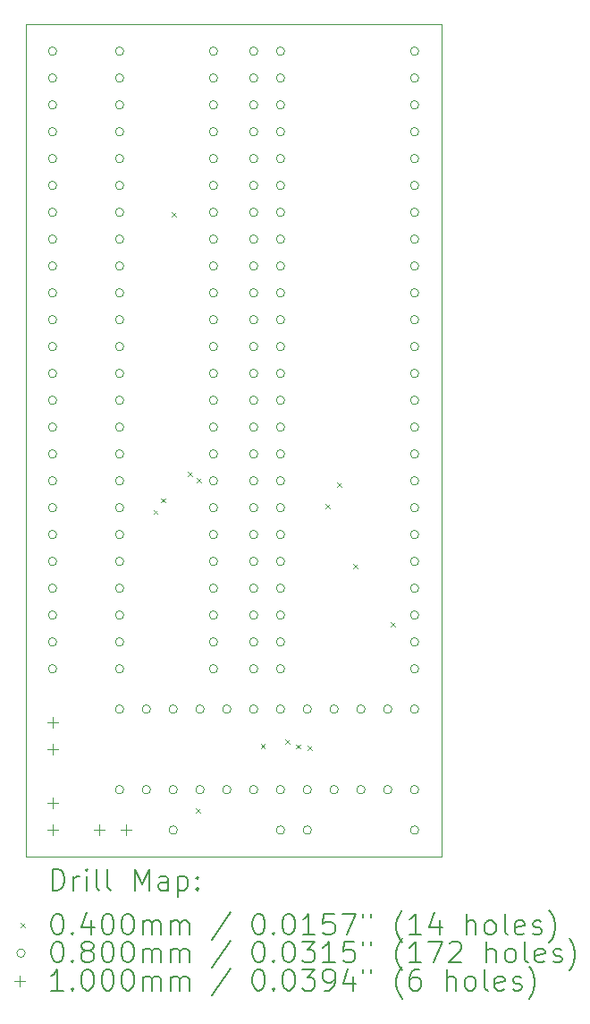
<source format=gbr>
%FSLAX45Y45*%
G04 Gerber Fmt 4.5, Leading zero omitted, Abs format (unit mm)*
G04 Created by KiCad (PCBNEW (6.0.5)) date 2022-07-17 20:37:49*
%MOMM*%
%LPD*%
G01*
G04 APERTURE LIST*
%TA.AperFunction,Profile*%
%ADD10C,0.100000*%
%TD*%
%ADD11C,0.200000*%
%ADD12C,0.040000*%
%ADD13C,0.080000*%
%ADD14C,0.100000*%
G04 APERTURE END LIST*
D10*
X11938000Y-2540000D02*
X8001000Y-2540000D01*
X8001000Y-2540000D02*
X8001000Y-10414000D01*
X8001000Y-10414000D02*
X11938000Y-10414000D01*
X11938000Y-10414000D02*
X11938000Y-2540000D01*
D11*
D12*
X9210040Y-7130900D02*
X9250040Y-7170900D01*
X9250040Y-7130900D02*
X9210040Y-7170900D01*
X9283890Y-7021360D02*
X9323890Y-7061360D01*
X9323890Y-7021360D02*
X9283890Y-7061360D01*
X9383120Y-4319290D02*
X9423120Y-4359290D01*
X9423120Y-4319290D02*
X9383120Y-4359290D01*
X9534610Y-6770640D02*
X9574610Y-6810640D01*
X9574610Y-6770640D02*
X9534610Y-6810640D01*
X9610180Y-9956050D02*
X9650180Y-9996050D01*
X9650180Y-9956050D02*
X9610180Y-9996050D01*
X9618610Y-6828160D02*
X9658610Y-6868160D01*
X9658610Y-6828160D02*
X9618610Y-6868160D01*
X10227850Y-9344610D02*
X10267850Y-9384610D01*
X10267850Y-9344610D02*
X10227850Y-9384610D01*
X10460040Y-9305290D02*
X10500040Y-9345290D01*
X10500040Y-9305290D02*
X10460040Y-9345290D01*
X10558670Y-9349400D02*
X10598670Y-9389400D01*
X10598670Y-9349400D02*
X10558670Y-9389400D01*
X10669790Y-9363930D02*
X10709790Y-9403930D01*
X10709790Y-9363930D02*
X10669790Y-9403930D01*
X10839990Y-7079360D02*
X10879990Y-7119360D01*
X10879990Y-7079360D02*
X10839990Y-7119360D01*
X10951570Y-6872330D02*
X10991570Y-6912330D01*
X10991570Y-6872330D02*
X10951570Y-6912330D01*
X11106180Y-7643530D02*
X11146180Y-7683530D01*
X11146180Y-7643530D02*
X11106180Y-7683530D01*
X11461020Y-8192150D02*
X11501020Y-8232150D01*
X11501020Y-8192150D02*
X11461020Y-8232150D01*
D13*
X8295500Y-2793000D02*
G75*
G03*
X8295500Y-2793000I-40000J0D01*
G01*
X8295500Y-3047000D02*
G75*
G03*
X8295500Y-3047000I-40000J0D01*
G01*
X8295500Y-3301000D02*
G75*
G03*
X8295500Y-3301000I-40000J0D01*
G01*
X8295500Y-3555000D02*
G75*
G03*
X8295500Y-3555000I-40000J0D01*
G01*
X8295500Y-3809000D02*
G75*
G03*
X8295500Y-3809000I-40000J0D01*
G01*
X8295500Y-4063000D02*
G75*
G03*
X8295500Y-4063000I-40000J0D01*
G01*
X8295500Y-4317000D02*
G75*
G03*
X8295500Y-4317000I-40000J0D01*
G01*
X8295500Y-4571000D02*
G75*
G03*
X8295500Y-4571000I-40000J0D01*
G01*
X8295500Y-4825000D02*
G75*
G03*
X8295500Y-4825000I-40000J0D01*
G01*
X8295500Y-5079000D02*
G75*
G03*
X8295500Y-5079000I-40000J0D01*
G01*
X8295500Y-5333000D02*
G75*
G03*
X8295500Y-5333000I-40000J0D01*
G01*
X8295500Y-5587000D02*
G75*
G03*
X8295500Y-5587000I-40000J0D01*
G01*
X8295500Y-5841000D02*
G75*
G03*
X8295500Y-5841000I-40000J0D01*
G01*
X8295500Y-6095000D02*
G75*
G03*
X8295500Y-6095000I-40000J0D01*
G01*
X8295500Y-6349000D02*
G75*
G03*
X8295500Y-6349000I-40000J0D01*
G01*
X8295500Y-6603000D02*
G75*
G03*
X8295500Y-6603000I-40000J0D01*
G01*
X8295500Y-6857000D02*
G75*
G03*
X8295500Y-6857000I-40000J0D01*
G01*
X8295500Y-7111000D02*
G75*
G03*
X8295500Y-7111000I-40000J0D01*
G01*
X8295500Y-7365000D02*
G75*
G03*
X8295500Y-7365000I-40000J0D01*
G01*
X8295500Y-7619000D02*
G75*
G03*
X8295500Y-7619000I-40000J0D01*
G01*
X8295500Y-7873000D02*
G75*
G03*
X8295500Y-7873000I-40000J0D01*
G01*
X8295500Y-8127000D02*
G75*
G03*
X8295500Y-8127000I-40000J0D01*
G01*
X8295500Y-8381000D02*
G75*
G03*
X8295500Y-8381000I-40000J0D01*
G01*
X8295500Y-8635000D02*
G75*
G03*
X8295500Y-8635000I-40000J0D01*
G01*
X8929500Y-9016000D02*
G75*
G03*
X8929500Y-9016000I-40000J0D01*
G01*
X8929500Y-9778000D02*
G75*
G03*
X8929500Y-9778000I-40000J0D01*
G01*
X8930500Y-2793000D02*
G75*
G03*
X8930500Y-2793000I-40000J0D01*
G01*
X8930500Y-3047000D02*
G75*
G03*
X8930500Y-3047000I-40000J0D01*
G01*
X8930500Y-3301000D02*
G75*
G03*
X8930500Y-3301000I-40000J0D01*
G01*
X8930500Y-3555000D02*
G75*
G03*
X8930500Y-3555000I-40000J0D01*
G01*
X8930500Y-3809000D02*
G75*
G03*
X8930500Y-3809000I-40000J0D01*
G01*
X8930500Y-4063000D02*
G75*
G03*
X8930500Y-4063000I-40000J0D01*
G01*
X8930500Y-4317000D02*
G75*
G03*
X8930500Y-4317000I-40000J0D01*
G01*
X8930500Y-4571000D02*
G75*
G03*
X8930500Y-4571000I-40000J0D01*
G01*
X8930500Y-4825000D02*
G75*
G03*
X8930500Y-4825000I-40000J0D01*
G01*
X8930500Y-5079000D02*
G75*
G03*
X8930500Y-5079000I-40000J0D01*
G01*
X8930500Y-5333000D02*
G75*
G03*
X8930500Y-5333000I-40000J0D01*
G01*
X8930500Y-5587000D02*
G75*
G03*
X8930500Y-5587000I-40000J0D01*
G01*
X8930500Y-5841000D02*
G75*
G03*
X8930500Y-5841000I-40000J0D01*
G01*
X8930500Y-6095000D02*
G75*
G03*
X8930500Y-6095000I-40000J0D01*
G01*
X8930500Y-6349000D02*
G75*
G03*
X8930500Y-6349000I-40000J0D01*
G01*
X8930500Y-6603000D02*
G75*
G03*
X8930500Y-6603000I-40000J0D01*
G01*
X8930500Y-6857000D02*
G75*
G03*
X8930500Y-6857000I-40000J0D01*
G01*
X8930500Y-7111000D02*
G75*
G03*
X8930500Y-7111000I-40000J0D01*
G01*
X8930500Y-7365000D02*
G75*
G03*
X8930500Y-7365000I-40000J0D01*
G01*
X8930500Y-7619000D02*
G75*
G03*
X8930500Y-7619000I-40000J0D01*
G01*
X8930500Y-7873000D02*
G75*
G03*
X8930500Y-7873000I-40000J0D01*
G01*
X8930500Y-8127000D02*
G75*
G03*
X8930500Y-8127000I-40000J0D01*
G01*
X8930500Y-8381000D02*
G75*
G03*
X8930500Y-8381000I-40000J0D01*
G01*
X8930500Y-8635000D02*
G75*
G03*
X8930500Y-8635000I-40000J0D01*
G01*
X9183500Y-9016000D02*
G75*
G03*
X9183500Y-9016000I-40000J0D01*
G01*
X9183500Y-9778000D02*
G75*
G03*
X9183500Y-9778000I-40000J0D01*
G01*
X9437500Y-9016000D02*
G75*
G03*
X9437500Y-9016000I-40000J0D01*
G01*
X9437500Y-9778000D02*
G75*
G03*
X9437500Y-9778000I-40000J0D01*
G01*
X9438000Y-10160000D02*
G75*
G03*
X9438000Y-10160000I-40000J0D01*
G01*
X9691500Y-9016000D02*
G75*
G03*
X9691500Y-9016000I-40000J0D01*
G01*
X9691500Y-9778000D02*
G75*
G03*
X9691500Y-9778000I-40000J0D01*
G01*
X9819500Y-2793000D02*
G75*
G03*
X9819500Y-2793000I-40000J0D01*
G01*
X9819500Y-3047000D02*
G75*
G03*
X9819500Y-3047000I-40000J0D01*
G01*
X9819500Y-3301000D02*
G75*
G03*
X9819500Y-3301000I-40000J0D01*
G01*
X9819500Y-3555000D02*
G75*
G03*
X9819500Y-3555000I-40000J0D01*
G01*
X9819500Y-3809000D02*
G75*
G03*
X9819500Y-3809000I-40000J0D01*
G01*
X9819500Y-4063000D02*
G75*
G03*
X9819500Y-4063000I-40000J0D01*
G01*
X9819500Y-4317000D02*
G75*
G03*
X9819500Y-4317000I-40000J0D01*
G01*
X9819500Y-4571000D02*
G75*
G03*
X9819500Y-4571000I-40000J0D01*
G01*
X9819500Y-4825000D02*
G75*
G03*
X9819500Y-4825000I-40000J0D01*
G01*
X9819500Y-5079000D02*
G75*
G03*
X9819500Y-5079000I-40000J0D01*
G01*
X9819500Y-5333000D02*
G75*
G03*
X9819500Y-5333000I-40000J0D01*
G01*
X9819500Y-5587000D02*
G75*
G03*
X9819500Y-5587000I-40000J0D01*
G01*
X9819500Y-5841000D02*
G75*
G03*
X9819500Y-5841000I-40000J0D01*
G01*
X9819500Y-6095000D02*
G75*
G03*
X9819500Y-6095000I-40000J0D01*
G01*
X9819500Y-6349000D02*
G75*
G03*
X9819500Y-6349000I-40000J0D01*
G01*
X9819500Y-6603000D02*
G75*
G03*
X9819500Y-6603000I-40000J0D01*
G01*
X9819500Y-6857000D02*
G75*
G03*
X9819500Y-6857000I-40000J0D01*
G01*
X9819500Y-7111000D02*
G75*
G03*
X9819500Y-7111000I-40000J0D01*
G01*
X9819500Y-7365000D02*
G75*
G03*
X9819500Y-7365000I-40000J0D01*
G01*
X9819500Y-7619000D02*
G75*
G03*
X9819500Y-7619000I-40000J0D01*
G01*
X9819500Y-7873000D02*
G75*
G03*
X9819500Y-7873000I-40000J0D01*
G01*
X9819500Y-8127000D02*
G75*
G03*
X9819500Y-8127000I-40000J0D01*
G01*
X9819500Y-8381000D02*
G75*
G03*
X9819500Y-8381000I-40000J0D01*
G01*
X9819500Y-8635000D02*
G75*
G03*
X9819500Y-8635000I-40000J0D01*
G01*
X9945500Y-9016000D02*
G75*
G03*
X9945500Y-9016000I-40000J0D01*
G01*
X9945500Y-9778000D02*
G75*
G03*
X9945500Y-9778000I-40000J0D01*
G01*
X10199500Y-9016000D02*
G75*
G03*
X10199500Y-9016000I-40000J0D01*
G01*
X10199500Y-9778000D02*
G75*
G03*
X10199500Y-9778000I-40000J0D01*
G01*
X10200500Y-2793000D02*
G75*
G03*
X10200500Y-2793000I-40000J0D01*
G01*
X10200500Y-3047000D02*
G75*
G03*
X10200500Y-3047000I-40000J0D01*
G01*
X10200500Y-3301000D02*
G75*
G03*
X10200500Y-3301000I-40000J0D01*
G01*
X10200500Y-3555000D02*
G75*
G03*
X10200500Y-3555000I-40000J0D01*
G01*
X10200500Y-3809000D02*
G75*
G03*
X10200500Y-3809000I-40000J0D01*
G01*
X10200500Y-4063000D02*
G75*
G03*
X10200500Y-4063000I-40000J0D01*
G01*
X10200500Y-4317000D02*
G75*
G03*
X10200500Y-4317000I-40000J0D01*
G01*
X10200500Y-4571000D02*
G75*
G03*
X10200500Y-4571000I-40000J0D01*
G01*
X10200500Y-4825000D02*
G75*
G03*
X10200500Y-4825000I-40000J0D01*
G01*
X10200500Y-5079000D02*
G75*
G03*
X10200500Y-5079000I-40000J0D01*
G01*
X10200500Y-5333000D02*
G75*
G03*
X10200500Y-5333000I-40000J0D01*
G01*
X10200500Y-5587000D02*
G75*
G03*
X10200500Y-5587000I-40000J0D01*
G01*
X10200500Y-5841000D02*
G75*
G03*
X10200500Y-5841000I-40000J0D01*
G01*
X10200500Y-6095000D02*
G75*
G03*
X10200500Y-6095000I-40000J0D01*
G01*
X10200500Y-6349000D02*
G75*
G03*
X10200500Y-6349000I-40000J0D01*
G01*
X10200500Y-6603000D02*
G75*
G03*
X10200500Y-6603000I-40000J0D01*
G01*
X10200500Y-6857000D02*
G75*
G03*
X10200500Y-6857000I-40000J0D01*
G01*
X10200500Y-7111000D02*
G75*
G03*
X10200500Y-7111000I-40000J0D01*
G01*
X10200500Y-7365000D02*
G75*
G03*
X10200500Y-7365000I-40000J0D01*
G01*
X10200500Y-7619000D02*
G75*
G03*
X10200500Y-7619000I-40000J0D01*
G01*
X10200500Y-7873000D02*
G75*
G03*
X10200500Y-7873000I-40000J0D01*
G01*
X10200500Y-8127000D02*
G75*
G03*
X10200500Y-8127000I-40000J0D01*
G01*
X10200500Y-8381000D02*
G75*
G03*
X10200500Y-8381000I-40000J0D01*
G01*
X10200500Y-8635000D02*
G75*
G03*
X10200500Y-8635000I-40000J0D01*
G01*
X10453500Y-9016000D02*
G75*
G03*
X10453500Y-9016000I-40000J0D01*
G01*
X10453500Y-9778000D02*
G75*
G03*
X10453500Y-9778000I-40000J0D01*
G01*
X10454000Y-10160000D02*
G75*
G03*
X10454000Y-10160000I-40000J0D01*
G01*
X10454500Y-2793000D02*
G75*
G03*
X10454500Y-2793000I-40000J0D01*
G01*
X10454500Y-3047000D02*
G75*
G03*
X10454500Y-3047000I-40000J0D01*
G01*
X10454500Y-3301000D02*
G75*
G03*
X10454500Y-3301000I-40000J0D01*
G01*
X10454500Y-3555000D02*
G75*
G03*
X10454500Y-3555000I-40000J0D01*
G01*
X10454500Y-3809000D02*
G75*
G03*
X10454500Y-3809000I-40000J0D01*
G01*
X10454500Y-4063000D02*
G75*
G03*
X10454500Y-4063000I-40000J0D01*
G01*
X10454500Y-4317000D02*
G75*
G03*
X10454500Y-4317000I-40000J0D01*
G01*
X10454500Y-4571000D02*
G75*
G03*
X10454500Y-4571000I-40000J0D01*
G01*
X10454500Y-4825000D02*
G75*
G03*
X10454500Y-4825000I-40000J0D01*
G01*
X10454500Y-5079000D02*
G75*
G03*
X10454500Y-5079000I-40000J0D01*
G01*
X10454500Y-5333000D02*
G75*
G03*
X10454500Y-5333000I-40000J0D01*
G01*
X10454500Y-5587000D02*
G75*
G03*
X10454500Y-5587000I-40000J0D01*
G01*
X10454500Y-5841000D02*
G75*
G03*
X10454500Y-5841000I-40000J0D01*
G01*
X10454500Y-6095000D02*
G75*
G03*
X10454500Y-6095000I-40000J0D01*
G01*
X10454500Y-6349000D02*
G75*
G03*
X10454500Y-6349000I-40000J0D01*
G01*
X10454500Y-6603000D02*
G75*
G03*
X10454500Y-6603000I-40000J0D01*
G01*
X10454500Y-6857000D02*
G75*
G03*
X10454500Y-6857000I-40000J0D01*
G01*
X10454500Y-7111000D02*
G75*
G03*
X10454500Y-7111000I-40000J0D01*
G01*
X10454500Y-7365000D02*
G75*
G03*
X10454500Y-7365000I-40000J0D01*
G01*
X10454500Y-7619000D02*
G75*
G03*
X10454500Y-7619000I-40000J0D01*
G01*
X10454500Y-7873000D02*
G75*
G03*
X10454500Y-7873000I-40000J0D01*
G01*
X10454500Y-8127000D02*
G75*
G03*
X10454500Y-8127000I-40000J0D01*
G01*
X10454500Y-8381000D02*
G75*
G03*
X10454500Y-8381000I-40000J0D01*
G01*
X10454500Y-8635000D02*
G75*
G03*
X10454500Y-8635000I-40000J0D01*
G01*
X10707500Y-9016000D02*
G75*
G03*
X10707500Y-9016000I-40000J0D01*
G01*
X10707500Y-9778000D02*
G75*
G03*
X10707500Y-9778000I-40000J0D01*
G01*
X10708000Y-10160000D02*
G75*
G03*
X10708000Y-10160000I-40000J0D01*
G01*
X10961500Y-9016000D02*
G75*
G03*
X10961500Y-9016000I-40000J0D01*
G01*
X10961500Y-9778000D02*
G75*
G03*
X10961500Y-9778000I-40000J0D01*
G01*
X11215500Y-9016000D02*
G75*
G03*
X11215500Y-9016000I-40000J0D01*
G01*
X11215500Y-9778000D02*
G75*
G03*
X11215500Y-9778000I-40000J0D01*
G01*
X11469500Y-9016000D02*
G75*
G03*
X11469500Y-9016000I-40000J0D01*
G01*
X11469500Y-9778000D02*
G75*
G03*
X11469500Y-9778000I-40000J0D01*
G01*
X11723500Y-9016000D02*
G75*
G03*
X11723500Y-9016000I-40000J0D01*
G01*
X11723500Y-9778000D02*
G75*
G03*
X11723500Y-9778000I-40000J0D01*
G01*
X11724000Y-10160000D02*
G75*
G03*
X11724000Y-10160000I-40000J0D01*
G01*
X11724500Y-2793000D02*
G75*
G03*
X11724500Y-2793000I-40000J0D01*
G01*
X11724500Y-3047000D02*
G75*
G03*
X11724500Y-3047000I-40000J0D01*
G01*
X11724500Y-3301000D02*
G75*
G03*
X11724500Y-3301000I-40000J0D01*
G01*
X11724500Y-3555000D02*
G75*
G03*
X11724500Y-3555000I-40000J0D01*
G01*
X11724500Y-3809000D02*
G75*
G03*
X11724500Y-3809000I-40000J0D01*
G01*
X11724500Y-4063000D02*
G75*
G03*
X11724500Y-4063000I-40000J0D01*
G01*
X11724500Y-4317000D02*
G75*
G03*
X11724500Y-4317000I-40000J0D01*
G01*
X11724500Y-4571000D02*
G75*
G03*
X11724500Y-4571000I-40000J0D01*
G01*
X11724500Y-4825000D02*
G75*
G03*
X11724500Y-4825000I-40000J0D01*
G01*
X11724500Y-5079000D02*
G75*
G03*
X11724500Y-5079000I-40000J0D01*
G01*
X11724500Y-5333000D02*
G75*
G03*
X11724500Y-5333000I-40000J0D01*
G01*
X11724500Y-5587000D02*
G75*
G03*
X11724500Y-5587000I-40000J0D01*
G01*
X11724500Y-5841000D02*
G75*
G03*
X11724500Y-5841000I-40000J0D01*
G01*
X11724500Y-6095000D02*
G75*
G03*
X11724500Y-6095000I-40000J0D01*
G01*
X11724500Y-6349000D02*
G75*
G03*
X11724500Y-6349000I-40000J0D01*
G01*
X11724500Y-6603000D02*
G75*
G03*
X11724500Y-6603000I-40000J0D01*
G01*
X11724500Y-6857000D02*
G75*
G03*
X11724500Y-6857000I-40000J0D01*
G01*
X11724500Y-7111000D02*
G75*
G03*
X11724500Y-7111000I-40000J0D01*
G01*
X11724500Y-7365000D02*
G75*
G03*
X11724500Y-7365000I-40000J0D01*
G01*
X11724500Y-7619000D02*
G75*
G03*
X11724500Y-7619000I-40000J0D01*
G01*
X11724500Y-7873000D02*
G75*
G03*
X11724500Y-7873000I-40000J0D01*
G01*
X11724500Y-8127000D02*
G75*
G03*
X11724500Y-8127000I-40000J0D01*
G01*
X11724500Y-8381000D02*
G75*
G03*
X11724500Y-8381000I-40000J0D01*
G01*
X11724500Y-8635000D02*
G75*
G03*
X11724500Y-8635000I-40000J0D01*
G01*
D14*
X8255000Y-9094000D02*
X8255000Y-9194000D01*
X8205000Y-9144000D02*
X8305000Y-9144000D01*
X8255000Y-9348000D02*
X8255000Y-9448000D01*
X8205000Y-9398000D02*
X8305000Y-9398000D01*
X8255000Y-9856000D02*
X8255000Y-9956000D01*
X8205000Y-9906000D02*
X8305000Y-9906000D01*
X8255000Y-10110000D02*
X8255000Y-10210000D01*
X8205000Y-10160000D02*
X8305000Y-10160000D01*
X8700000Y-10110000D02*
X8700000Y-10210000D01*
X8650000Y-10160000D02*
X8750000Y-10160000D01*
X8954000Y-10110000D02*
X8954000Y-10210000D01*
X8904000Y-10160000D02*
X9004000Y-10160000D01*
D11*
X8253619Y-10729476D02*
X8253619Y-10529476D01*
X8301238Y-10529476D01*
X8329809Y-10539000D01*
X8348857Y-10558048D01*
X8358381Y-10577095D01*
X8367905Y-10615190D01*
X8367905Y-10643762D01*
X8358381Y-10681857D01*
X8348857Y-10700905D01*
X8329809Y-10719952D01*
X8301238Y-10729476D01*
X8253619Y-10729476D01*
X8453619Y-10729476D02*
X8453619Y-10596143D01*
X8453619Y-10634238D02*
X8463143Y-10615190D01*
X8472667Y-10605667D01*
X8491714Y-10596143D01*
X8510762Y-10596143D01*
X8577429Y-10729476D02*
X8577429Y-10596143D01*
X8577429Y-10529476D02*
X8567905Y-10539000D01*
X8577429Y-10548524D01*
X8586952Y-10539000D01*
X8577429Y-10529476D01*
X8577429Y-10548524D01*
X8701238Y-10729476D02*
X8682190Y-10719952D01*
X8672667Y-10700905D01*
X8672667Y-10529476D01*
X8806000Y-10729476D02*
X8786952Y-10719952D01*
X8777429Y-10700905D01*
X8777429Y-10529476D01*
X9034571Y-10729476D02*
X9034571Y-10529476D01*
X9101238Y-10672333D01*
X9167905Y-10529476D01*
X9167905Y-10729476D01*
X9348857Y-10729476D02*
X9348857Y-10624714D01*
X9339333Y-10605667D01*
X9320286Y-10596143D01*
X9282190Y-10596143D01*
X9263143Y-10605667D01*
X9348857Y-10719952D02*
X9329810Y-10729476D01*
X9282190Y-10729476D01*
X9263143Y-10719952D01*
X9253619Y-10700905D01*
X9253619Y-10681857D01*
X9263143Y-10662810D01*
X9282190Y-10653286D01*
X9329810Y-10653286D01*
X9348857Y-10643762D01*
X9444095Y-10596143D02*
X9444095Y-10796143D01*
X9444095Y-10605667D02*
X9463143Y-10596143D01*
X9501238Y-10596143D01*
X9520286Y-10605667D01*
X9529810Y-10615190D01*
X9539333Y-10634238D01*
X9539333Y-10691381D01*
X9529810Y-10710429D01*
X9520286Y-10719952D01*
X9501238Y-10729476D01*
X9463143Y-10729476D01*
X9444095Y-10719952D01*
X9625048Y-10710429D02*
X9634571Y-10719952D01*
X9625048Y-10729476D01*
X9615524Y-10719952D01*
X9625048Y-10710429D01*
X9625048Y-10729476D01*
X9625048Y-10605667D02*
X9634571Y-10615190D01*
X9625048Y-10624714D01*
X9615524Y-10615190D01*
X9625048Y-10605667D01*
X9625048Y-10624714D01*
D12*
X7956000Y-11039000D02*
X7996000Y-11079000D01*
X7996000Y-11039000D02*
X7956000Y-11079000D01*
D11*
X8291714Y-10949476D02*
X8310762Y-10949476D01*
X8329809Y-10959000D01*
X8339333Y-10968524D01*
X8348857Y-10987571D01*
X8358381Y-11025667D01*
X8358381Y-11073286D01*
X8348857Y-11111381D01*
X8339333Y-11130429D01*
X8329809Y-11139952D01*
X8310762Y-11149476D01*
X8291714Y-11149476D01*
X8272667Y-11139952D01*
X8263143Y-11130429D01*
X8253619Y-11111381D01*
X8244095Y-11073286D01*
X8244095Y-11025667D01*
X8253619Y-10987571D01*
X8263143Y-10968524D01*
X8272667Y-10959000D01*
X8291714Y-10949476D01*
X8444095Y-11130429D02*
X8453619Y-11139952D01*
X8444095Y-11149476D01*
X8434571Y-11139952D01*
X8444095Y-11130429D01*
X8444095Y-11149476D01*
X8625048Y-11016143D02*
X8625048Y-11149476D01*
X8577429Y-10939952D02*
X8529810Y-11082810D01*
X8653619Y-11082810D01*
X8767905Y-10949476D02*
X8786952Y-10949476D01*
X8806000Y-10959000D01*
X8815524Y-10968524D01*
X8825048Y-10987571D01*
X8834571Y-11025667D01*
X8834571Y-11073286D01*
X8825048Y-11111381D01*
X8815524Y-11130429D01*
X8806000Y-11139952D01*
X8786952Y-11149476D01*
X8767905Y-11149476D01*
X8748857Y-11139952D01*
X8739333Y-11130429D01*
X8729810Y-11111381D01*
X8720286Y-11073286D01*
X8720286Y-11025667D01*
X8729810Y-10987571D01*
X8739333Y-10968524D01*
X8748857Y-10959000D01*
X8767905Y-10949476D01*
X8958381Y-10949476D02*
X8977429Y-10949476D01*
X8996476Y-10959000D01*
X9006000Y-10968524D01*
X9015524Y-10987571D01*
X9025048Y-11025667D01*
X9025048Y-11073286D01*
X9015524Y-11111381D01*
X9006000Y-11130429D01*
X8996476Y-11139952D01*
X8977429Y-11149476D01*
X8958381Y-11149476D01*
X8939333Y-11139952D01*
X8929810Y-11130429D01*
X8920286Y-11111381D01*
X8910762Y-11073286D01*
X8910762Y-11025667D01*
X8920286Y-10987571D01*
X8929810Y-10968524D01*
X8939333Y-10959000D01*
X8958381Y-10949476D01*
X9110762Y-11149476D02*
X9110762Y-11016143D01*
X9110762Y-11035190D02*
X9120286Y-11025667D01*
X9139333Y-11016143D01*
X9167905Y-11016143D01*
X9186952Y-11025667D01*
X9196476Y-11044714D01*
X9196476Y-11149476D01*
X9196476Y-11044714D02*
X9206000Y-11025667D01*
X9225048Y-11016143D01*
X9253619Y-11016143D01*
X9272667Y-11025667D01*
X9282190Y-11044714D01*
X9282190Y-11149476D01*
X9377429Y-11149476D02*
X9377429Y-11016143D01*
X9377429Y-11035190D02*
X9386952Y-11025667D01*
X9406000Y-11016143D01*
X9434571Y-11016143D01*
X9453619Y-11025667D01*
X9463143Y-11044714D01*
X9463143Y-11149476D01*
X9463143Y-11044714D02*
X9472667Y-11025667D01*
X9491714Y-11016143D01*
X9520286Y-11016143D01*
X9539333Y-11025667D01*
X9548857Y-11044714D01*
X9548857Y-11149476D01*
X9939333Y-10939952D02*
X9767905Y-11197095D01*
X10196476Y-10949476D02*
X10215524Y-10949476D01*
X10234571Y-10959000D01*
X10244095Y-10968524D01*
X10253619Y-10987571D01*
X10263143Y-11025667D01*
X10263143Y-11073286D01*
X10253619Y-11111381D01*
X10244095Y-11130429D01*
X10234571Y-11139952D01*
X10215524Y-11149476D01*
X10196476Y-11149476D01*
X10177429Y-11139952D01*
X10167905Y-11130429D01*
X10158381Y-11111381D01*
X10148857Y-11073286D01*
X10148857Y-11025667D01*
X10158381Y-10987571D01*
X10167905Y-10968524D01*
X10177429Y-10959000D01*
X10196476Y-10949476D01*
X10348857Y-11130429D02*
X10358381Y-11139952D01*
X10348857Y-11149476D01*
X10339333Y-11139952D01*
X10348857Y-11130429D01*
X10348857Y-11149476D01*
X10482190Y-10949476D02*
X10501238Y-10949476D01*
X10520286Y-10959000D01*
X10529810Y-10968524D01*
X10539333Y-10987571D01*
X10548857Y-11025667D01*
X10548857Y-11073286D01*
X10539333Y-11111381D01*
X10529810Y-11130429D01*
X10520286Y-11139952D01*
X10501238Y-11149476D01*
X10482190Y-11149476D01*
X10463143Y-11139952D01*
X10453619Y-11130429D01*
X10444095Y-11111381D01*
X10434571Y-11073286D01*
X10434571Y-11025667D01*
X10444095Y-10987571D01*
X10453619Y-10968524D01*
X10463143Y-10959000D01*
X10482190Y-10949476D01*
X10739333Y-11149476D02*
X10625048Y-11149476D01*
X10682190Y-11149476D02*
X10682190Y-10949476D01*
X10663143Y-10978048D01*
X10644095Y-10997095D01*
X10625048Y-11006619D01*
X10920286Y-10949476D02*
X10825048Y-10949476D01*
X10815524Y-11044714D01*
X10825048Y-11035190D01*
X10844095Y-11025667D01*
X10891714Y-11025667D01*
X10910762Y-11035190D01*
X10920286Y-11044714D01*
X10929810Y-11063762D01*
X10929810Y-11111381D01*
X10920286Y-11130429D01*
X10910762Y-11139952D01*
X10891714Y-11149476D01*
X10844095Y-11149476D01*
X10825048Y-11139952D01*
X10815524Y-11130429D01*
X10996476Y-10949476D02*
X11129810Y-10949476D01*
X11044095Y-11149476D01*
X11196476Y-10949476D02*
X11196476Y-10987571D01*
X11272667Y-10949476D02*
X11272667Y-10987571D01*
X11567905Y-11225667D02*
X11558381Y-11216143D01*
X11539333Y-11187571D01*
X11529809Y-11168524D01*
X11520286Y-11139952D01*
X11510762Y-11092333D01*
X11510762Y-11054238D01*
X11520286Y-11006619D01*
X11529809Y-10978048D01*
X11539333Y-10959000D01*
X11558381Y-10930429D01*
X11567905Y-10920905D01*
X11748857Y-11149476D02*
X11634571Y-11149476D01*
X11691714Y-11149476D02*
X11691714Y-10949476D01*
X11672667Y-10978048D01*
X11653619Y-10997095D01*
X11634571Y-11006619D01*
X11920286Y-11016143D02*
X11920286Y-11149476D01*
X11872667Y-10939952D02*
X11825048Y-11082810D01*
X11948857Y-11082810D01*
X12177428Y-11149476D02*
X12177428Y-10949476D01*
X12263143Y-11149476D02*
X12263143Y-11044714D01*
X12253619Y-11025667D01*
X12234571Y-11016143D01*
X12206000Y-11016143D01*
X12186952Y-11025667D01*
X12177428Y-11035190D01*
X12386952Y-11149476D02*
X12367905Y-11139952D01*
X12358381Y-11130429D01*
X12348857Y-11111381D01*
X12348857Y-11054238D01*
X12358381Y-11035190D01*
X12367905Y-11025667D01*
X12386952Y-11016143D01*
X12415524Y-11016143D01*
X12434571Y-11025667D01*
X12444095Y-11035190D01*
X12453619Y-11054238D01*
X12453619Y-11111381D01*
X12444095Y-11130429D01*
X12434571Y-11139952D01*
X12415524Y-11149476D01*
X12386952Y-11149476D01*
X12567905Y-11149476D02*
X12548857Y-11139952D01*
X12539333Y-11120905D01*
X12539333Y-10949476D01*
X12720286Y-11139952D02*
X12701238Y-11149476D01*
X12663143Y-11149476D01*
X12644095Y-11139952D01*
X12634571Y-11120905D01*
X12634571Y-11044714D01*
X12644095Y-11025667D01*
X12663143Y-11016143D01*
X12701238Y-11016143D01*
X12720286Y-11025667D01*
X12729809Y-11044714D01*
X12729809Y-11063762D01*
X12634571Y-11082810D01*
X12806000Y-11139952D02*
X12825048Y-11149476D01*
X12863143Y-11149476D01*
X12882190Y-11139952D01*
X12891714Y-11120905D01*
X12891714Y-11111381D01*
X12882190Y-11092333D01*
X12863143Y-11082810D01*
X12834571Y-11082810D01*
X12815524Y-11073286D01*
X12806000Y-11054238D01*
X12806000Y-11044714D01*
X12815524Y-11025667D01*
X12834571Y-11016143D01*
X12863143Y-11016143D01*
X12882190Y-11025667D01*
X12958381Y-11225667D02*
X12967905Y-11216143D01*
X12986952Y-11187571D01*
X12996476Y-11168524D01*
X13006000Y-11139952D01*
X13015524Y-11092333D01*
X13015524Y-11054238D01*
X13006000Y-11006619D01*
X12996476Y-10978048D01*
X12986952Y-10959000D01*
X12967905Y-10930429D01*
X12958381Y-10920905D01*
D13*
X7996000Y-11323000D02*
G75*
G03*
X7996000Y-11323000I-40000J0D01*
G01*
D11*
X8291714Y-11213476D02*
X8310762Y-11213476D01*
X8329809Y-11223000D01*
X8339333Y-11232524D01*
X8348857Y-11251571D01*
X8358381Y-11289667D01*
X8358381Y-11337286D01*
X8348857Y-11375381D01*
X8339333Y-11394428D01*
X8329809Y-11403952D01*
X8310762Y-11413476D01*
X8291714Y-11413476D01*
X8272667Y-11403952D01*
X8263143Y-11394428D01*
X8253619Y-11375381D01*
X8244095Y-11337286D01*
X8244095Y-11289667D01*
X8253619Y-11251571D01*
X8263143Y-11232524D01*
X8272667Y-11223000D01*
X8291714Y-11213476D01*
X8444095Y-11394428D02*
X8453619Y-11403952D01*
X8444095Y-11413476D01*
X8434571Y-11403952D01*
X8444095Y-11394428D01*
X8444095Y-11413476D01*
X8567905Y-11299190D02*
X8548857Y-11289667D01*
X8539333Y-11280143D01*
X8529810Y-11261095D01*
X8529810Y-11251571D01*
X8539333Y-11232524D01*
X8548857Y-11223000D01*
X8567905Y-11213476D01*
X8606000Y-11213476D01*
X8625048Y-11223000D01*
X8634571Y-11232524D01*
X8644095Y-11251571D01*
X8644095Y-11261095D01*
X8634571Y-11280143D01*
X8625048Y-11289667D01*
X8606000Y-11299190D01*
X8567905Y-11299190D01*
X8548857Y-11308714D01*
X8539333Y-11318238D01*
X8529810Y-11337286D01*
X8529810Y-11375381D01*
X8539333Y-11394428D01*
X8548857Y-11403952D01*
X8567905Y-11413476D01*
X8606000Y-11413476D01*
X8625048Y-11403952D01*
X8634571Y-11394428D01*
X8644095Y-11375381D01*
X8644095Y-11337286D01*
X8634571Y-11318238D01*
X8625048Y-11308714D01*
X8606000Y-11299190D01*
X8767905Y-11213476D02*
X8786952Y-11213476D01*
X8806000Y-11223000D01*
X8815524Y-11232524D01*
X8825048Y-11251571D01*
X8834571Y-11289667D01*
X8834571Y-11337286D01*
X8825048Y-11375381D01*
X8815524Y-11394428D01*
X8806000Y-11403952D01*
X8786952Y-11413476D01*
X8767905Y-11413476D01*
X8748857Y-11403952D01*
X8739333Y-11394428D01*
X8729810Y-11375381D01*
X8720286Y-11337286D01*
X8720286Y-11289667D01*
X8729810Y-11251571D01*
X8739333Y-11232524D01*
X8748857Y-11223000D01*
X8767905Y-11213476D01*
X8958381Y-11213476D02*
X8977429Y-11213476D01*
X8996476Y-11223000D01*
X9006000Y-11232524D01*
X9015524Y-11251571D01*
X9025048Y-11289667D01*
X9025048Y-11337286D01*
X9015524Y-11375381D01*
X9006000Y-11394428D01*
X8996476Y-11403952D01*
X8977429Y-11413476D01*
X8958381Y-11413476D01*
X8939333Y-11403952D01*
X8929810Y-11394428D01*
X8920286Y-11375381D01*
X8910762Y-11337286D01*
X8910762Y-11289667D01*
X8920286Y-11251571D01*
X8929810Y-11232524D01*
X8939333Y-11223000D01*
X8958381Y-11213476D01*
X9110762Y-11413476D02*
X9110762Y-11280143D01*
X9110762Y-11299190D02*
X9120286Y-11289667D01*
X9139333Y-11280143D01*
X9167905Y-11280143D01*
X9186952Y-11289667D01*
X9196476Y-11308714D01*
X9196476Y-11413476D01*
X9196476Y-11308714D02*
X9206000Y-11289667D01*
X9225048Y-11280143D01*
X9253619Y-11280143D01*
X9272667Y-11289667D01*
X9282190Y-11308714D01*
X9282190Y-11413476D01*
X9377429Y-11413476D02*
X9377429Y-11280143D01*
X9377429Y-11299190D02*
X9386952Y-11289667D01*
X9406000Y-11280143D01*
X9434571Y-11280143D01*
X9453619Y-11289667D01*
X9463143Y-11308714D01*
X9463143Y-11413476D01*
X9463143Y-11308714D02*
X9472667Y-11289667D01*
X9491714Y-11280143D01*
X9520286Y-11280143D01*
X9539333Y-11289667D01*
X9548857Y-11308714D01*
X9548857Y-11413476D01*
X9939333Y-11203952D02*
X9767905Y-11461095D01*
X10196476Y-11213476D02*
X10215524Y-11213476D01*
X10234571Y-11223000D01*
X10244095Y-11232524D01*
X10253619Y-11251571D01*
X10263143Y-11289667D01*
X10263143Y-11337286D01*
X10253619Y-11375381D01*
X10244095Y-11394428D01*
X10234571Y-11403952D01*
X10215524Y-11413476D01*
X10196476Y-11413476D01*
X10177429Y-11403952D01*
X10167905Y-11394428D01*
X10158381Y-11375381D01*
X10148857Y-11337286D01*
X10148857Y-11289667D01*
X10158381Y-11251571D01*
X10167905Y-11232524D01*
X10177429Y-11223000D01*
X10196476Y-11213476D01*
X10348857Y-11394428D02*
X10358381Y-11403952D01*
X10348857Y-11413476D01*
X10339333Y-11403952D01*
X10348857Y-11394428D01*
X10348857Y-11413476D01*
X10482190Y-11213476D02*
X10501238Y-11213476D01*
X10520286Y-11223000D01*
X10529810Y-11232524D01*
X10539333Y-11251571D01*
X10548857Y-11289667D01*
X10548857Y-11337286D01*
X10539333Y-11375381D01*
X10529810Y-11394428D01*
X10520286Y-11403952D01*
X10501238Y-11413476D01*
X10482190Y-11413476D01*
X10463143Y-11403952D01*
X10453619Y-11394428D01*
X10444095Y-11375381D01*
X10434571Y-11337286D01*
X10434571Y-11289667D01*
X10444095Y-11251571D01*
X10453619Y-11232524D01*
X10463143Y-11223000D01*
X10482190Y-11213476D01*
X10615524Y-11213476D02*
X10739333Y-11213476D01*
X10672667Y-11289667D01*
X10701238Y-11289667D01*
X10720286Y-11299190D01*
X10729810Y-11308714D01*
X10739333Y-11327762D01*
X10739333Y-11375381D01*
X10729810Y-11394428D01*
X10720286Y-11403952D01*
X10701238Y-11413476D01*
X10644095Y-11413476D01*
X10625048Y-11403952D01*
X10615524Y-11394428D01*
X10929810Y-11413476D02*
X10815524Y-11413476D01*
X10872667Y-11413476D02*
X10872667Y-11213476D01*
X10853619Y-11242048D01*
X10834571Y-11261095D01*
X10815524Y-11270619D01*
X11110762Y-11213476D02*
X11015524Y-11213476D01*
X11006000Y-11308714D01*
X11015524Y-11299190D01*
X11034571Y-11289667D01*
X11082190Y-11289667D01*
X11101238Y-11299190D01*
X11110762Y-11308714D01*
X11120286Y-11327762D01*
X11120286Y-11375381D01*
X11110762Y-11394428D01*
X11101238Y-11403952D01*
X11082190Y-11413476D01*
X11034571Y-11413476D01*
X11015524Y-11403952D01*
X11006000Y-11394428D01*
X11196476Y-11213476D02*
X11196476Y-11251571D01*
X11272667Y-11213476D02*
X11272667Y-11251571D01*
X11567905Y-11489667D02*
X11558381Y-11480143D01*
X11539333Y-11451571D01*
X11529809Y-11432524D01*
X11520286Y-11403952D01*
X11510762Y-11356333D01*
X11510762Y-11318238D01*
X11520286Y-11270619D01*
X11529809Y-11242048D01*
X11539333Y-11223000D01*
X11558381Y-11194428D01*
X11567905Y-11184905D01*
X11748857Y-11413476D02*
X11634571Y-11413476D01*
X11691714Y-11413476D02*
X11691714Y-11213476D01*
X11672667Y-11242048D01*
X11653619Y-11261095D01*
X11634571Y-11270619D01*
X11815524Y-11213476D02*
X11948857Y-11213476D01*
X11863143Y-11413476D01*
X12015524Y-11232524D02*
X12025048Y-11223000D01*
X12044095Y-11213476D01*
X12091714Y-11213476D01*
X12110762Y-11223000D01*
X12120286Y-11232524D01*
X12129809Y-11251571D01*
X12129809Y-11270619D01*
X12120286Y-11299190D01*
X12006000Y-11413476D01*
X12129809Y-11413476D01*
X12367905Y-11413476D02*
X12367905Y-11213476D01*
X12453619Y-11413476D02*
X12453619Y-11308714D01*
X12444095Y-11289667D01*
X12425048Y-11280143D01*
X12396476Y-11280143D01*
X12377428Y-11289667D01*
X12367905Y-11299190D01*
X12577428Y-11413476D02*
X12558381Y-11403952D01*
X12548857Y-11394428D01*
X12539333Y-11375381D01*
X12539333Y-11318238D01*
X12548857Y-11299190D01*
X12558381Y-11289667D01*
X12577428Y-11280143D01*
X12606000Y-11280143D01*
X12625048Y-11289667D01*
X12634571Y-11299190D01*
X12644095Y-11318238D01*
X12644095Y-11375381D01*
X12634571Y-11394428D01*
X12625048Y-11403952D01*
X12606000Y-11413476D01*
X12577428Y-11413476D01*
X12758381Y-11413476D02*
X12739333Y-11403952D01*
X12729809Y-11384905D01*
X12729809Y-11213476D01*
X12910762Y-11403952D02*
X12891714Y-11413476D01*
X12853619Y-11413476D01*
X12834571Y-11403952D01*
X12825048Y-11384905D01*
X12825048Y-11308714D01*
X12834571Y-11289667D01*
X12853619Y-11280143D01*
X12891714Y-11280143D01*
X12910762Y-11289667D01*
X12920286Y-11308714D01*
X12920286Y-11327762D01*
X12825048Y-11346809D01*
X12996476Y-11403952D02*
X13015524Y-11413476D01*
X13053619Y-11413476D01*
X13072667Y-11403952D01*
X13082190Y-11384905D01*
X13082190Y-11375381D01*
X13072667Y-11356333D01*
X13053619Y-11346809D01*
X13025048Y-11346809D01*
X13006000Y-11337286D01*
X12996476Y-11318238D01*
X12996476Y-11308714D01*
X13006000Y-11289667D01*
X13025048Y-11280143D01*
X13053619Y-11280143D01*
X13072667Y-11289667D01*
X13148857Y-11489667D02*
X13158381Y-11480143D01*
X13177428Y-11451571D01*
X13186952Y-11432524D01*
X13196476Y-11403952D01*
X13206000Y-11356333D01*
X13206000Y-11318238D01*
X13196476Y-11270619D01*
X13186952Y-11242048D01*
X13177428Y-11223000D01*
X13158381Y-11194428D01*
X13148857Y-11184905D01*
D14*
X7946000Y-11537000D02*
X7946000Y-11637000D01*
X7896000Y-11587000D02*
X7996000Y-11587000D01*
D11*
X8358381Y-11677476D02*
X8244095Y-11677476D01*
X8301238Y-11677476D02*
X8301238Y-11477476D01*
X8282190Y-11506048D01*
X8263143Y-11525095D01*
X8244095Y-11534619D01*
X8444095Y-11658428D02*
X8453619Y-11667952D01*
X8444095Y-11677476D01*
X8434571Y-11667952D01*
X8444095Y-11658428D01*
X8444095Y-11677476D01*
X8577429Y-11477476D02*
X8596476Y-11477476D01*
X8615524Y-11487000D01*
X8625048Y-11496524D01*
X8634571Y-11515571D01*
X8644095Y-11553667D01*
X8644095Y-11601286D01*
X8634571Y-11639381D01*
X8625048Y-11658428D01*
X8615524Y-11667952D01*
X8596476Y-11677476D01*
X8577429Y-11677476D01*
X8558381Y-11667952D01*
X8548857Y-11658428D01*
X8539333Y-11639381D01*
X8529810Y-11601286D01*
X8529810Y-11553667D01*
X8539333Y-11515571D01*
X8548857Y-11496524D01*
X8558381Y-11487000D01*
X8577429Y-11477476D01*
X8767905Y-11477476D02*
X8786952Y-11477476D01*
X8806000Y-11487000D01*
X8815524Y-11496524D01*
X8825048Y-11515571D01*
X8834571Y-11553667D01*
X8834571Y-11601286D01*
X8825048Y-11639381D01*
X8815524Y-11658428D01*
X8806000Y-11667952D01*
X8786952Y-11677476D01*
X8767905Y-11677476D01*
X8748857Y-11667952D01*
X8739333Y-11658428D01*
X8729810Y-11639381D01*
X8720286Y-11601286D01*
X8720286Y-11553667D01*
X8729810Y-11515571D01*
X8739333Y-11496524D01*
X8748857Y-11487000D01*
X8767905Y-11477476D01*
X8958381Y-11477476D02*
X8977429Y-11477476D01*
X8996476Y-11487000D01*
X9006000Y-11496524D01*
X9015524Y-11515571D01*
X9025048Y-11553667D01*
X9025048Y-11601286D01*
X9015524Y-11639381D01*
X9006000Y-11658428D01*
X8996476Y-11667952D01*
X8977429Y-11677476D01*
X8958381Y-11677476D01*
X8939333Y-11667952D01*
X8929810Y-11658428D01*
X8920286Y-11639381D01*
X8910762Y-11601286D01*
X8910762Y-11553667D01*
X8920286Y-11515571D01*
X8929810Y-11496524D01*
X8939333Y-11487000D01*
X8958381Y-11477476D01*
X9110762Y-11677476D02*
X9110762Y-11544143D01*
X9110762Y-11563190D02*
X9120286Y-11553667D01*
X9139333Y-11544143D01*
X9167905Y-11544143D01*
X9186952Y-11553667D01*
X9196476Y-11572714D01*
X9196476Y-11677476D01*
X9196476Y-11572714D02*
X9206000Y-11553667D01*
X9225048Y-11544143D01*
X9253619Y-11544143D01*
X9272667Y-11553667D01*
X9282190Y-11572714D01*
X9282190Y-11677476D01*
X9377429Y-11677476D02*
X9377429Y-11544143D01*
X9377429Y-11563190D02*
X9386952Y-11553667D01*
X9406000Y-11544143D01*
X9434571Y-11544143D01*
X9453619Y-11553667D01*
X9463143Y-11572714D01*
X9463143Y-11677476D01*
X9463143Y-11572714D02*
X9472667Y-11553667D01*
X9491714Y-11544143D01*
X9520286Y-11544143D01*
X9539333Y-11553667D01*
X9548857Y-11572714D01*
X9548857Y-11677476D01*
X9939333Y-11467952D02*
X9767905Y-11725095D01*
X10196476Y-11477476D02*
X10215524Y-11477476D01*
X10234571Y-11487000D01*
X10244095Y-11496524D01*
X10253619Y-11515571D01*
X10263143Y-11553667D01*
X10263143Y-11601286D01*
X10253619Y-11639381D01*
X10244095Y-11658428D01*
X10234571Y-11667952D01*
X10215524Y-11677476D01*
X10196476Y-11677476D01*
X10177429Y-11667952D01*
X10167905Y-11658428D01*
X10158381Y-11639381D01*
X10148857Y-11601286D01*
X10148857Y-11553667D01*
X10158381Y-11515571D01*
X10167905Y-11496524D01*
X10177429Y-11487000D01*
X10196476Y-11477476D01*
X10348857Y-11658428D02*
X10358381Y-11667952D01*
X10348857Y-11677476D01*
X10339333Y-11667952D01*
X10348857Y-11658428D01*
X10348857Y-11677476D01*
X10482190Y-11477476D02*
X10501238Y-11477476D01*
X10520286Y-11487000D01*
X10529810Y-11496524D01*
X10539333Y-11515571D01*
X10548857Y-11553667D01*
X10548857Y-11601286D01*
X10539333Y-11639381D01*
X10529810Y-11658428D01*
X10520286Y-11667952D01*
X10501238Y-11677476D01*
X10482190Y-11677476D01*
X10463143Y-11667952D01*
X10453619Y-11658428D01*
X10444095Y-11639381D01*
X10434571Y-11601286D01*
X10434571Y-11553667D01*
X10444095Y-11515571D01*
X10453619Y-11496524D01*
X10463143Y-11487000D01*
X10482190Y-11477476D01*
X10615524Y-11477476D02*
X10739333Y-11477476D01*
X10672667Y-11553667D01*
X10701238Y-11553667D01*
X10720286Y-11563190D01*
X10729810Y-11572714D01*
X10739333Y-11591762D01*
X10739333Y-11639381D01*
X10729810Y-11658428D01*
X10720286Y-11667952D01*
X10701238Y-11677476D01*
X10644095Y-11677476D01*
X10625048Y-11667952D01*
X10615524Y-11658428D01*
X10834571Y-11677476D02*
X10872667Y-11677476D01*
X10891714Y-11667952D01*
X10901238Y-11658428D01*
X10920286Y-11629857D01*
X10929810Y-11591762D01*
X10929810Y-11515571D01*
X10920286Y-11496524D01*
X10910762Y-11487000D01*
X10891714Y-11477476D01*
X10853619Y-11477476D01*
X10834571Y-11487000D01*
X10825048Y-11496524D01*
X10815524Y-11515571D01*
X10815524Y-11563190D01*
X10825048Y-11582238D01*
X10834571Y-11591762D01*
X10853619Y-11601286D01*
X10891714Y-11601286D01*
X10910762Y-11591762D01*
X10920286Y-11582238D01*
X10929810Y-11563190D01*
X11101238Y-11544143D02*
X11101238Y-11677476D01*
X11053619Y-11467952D02*
X11006000Y-11610809D01*
X11129810Y-11610809D01*
X11196476Y-11477476D02*
X11196476Y-11515571D01*
X11272667Y-11477476D02*
X11272667Y-11515571D01*
X11567905Y-11753667D02*
X11558381Y-11744143D01*
X11539333Y-11715571D01*
X11529809Y-11696524D01*
X11520286Y-11667952D01*
X11510762Y-11620333D01*
X11510762Y-11582238D01*
X11520286Y-11534619D01*
X11529809Y-11506048D01*
X11539333Y-11487000D01*
X11558381Y-11458428D01*
X11567905Y-11448905D01*
X11729809Y-11477476D02*
X11691714Y-11477476D01*
X11672667Y-11487000D01*
X11663143Y-11496524D01*
X11644095Y-11525095D01*
X11634571Y-11563190D01*
X11634571Y-11639381D01*
X11644095Y-11658428D01*
X11653619Y-11667952D01*
X11672667Y-11677476D01*
X11710762Y-11677476D01*
X11729809Y-11667952D01*
X11739333Y-11658428D01*
X11748857Y-11639381D01*
X11748857Y-11591762D01*
X11739333Y-11572714D01*
X11729809Y-11563190D01*
X11710762Y-11553667D01*
X11672667Y-11553667D01*
X11653619Y-11563190D01*
X11644095Y-11572714D01*
X11634571Y-11591762D01*
X11986952Y-11677476D02*
X11986952Y-11477476D01*
X12072667Y-11677476D02*
X12072667Y-11572714D01*
X12063143Y-11553667D01*
X12044095Y-11544143D01*
X12015524Y-11544143D01*
X11996476Y-11553667D01*
X11986952Y-11563190D01*
X12196476Y-11677476D02*
X12177428Y-11667952D01*
X12167905Y-11658428D01*
X12158381Y-11639381D01*
X12158381Y-11582238D01*
X12167905Y-11563190D01*
X12177428Y-11553667D01*
X12196476Y-11544143D01*
X12225048Y-11544143D01*
X12244095Y-11553667D01*
X12253619Y-11563190D01*
X12263143Y-11582238D01*
X12263143Y-11639381D01*
X12253619Y-11658428D01*
X12244095Y-11667952D01*
X12225048Y-11677476D01*
X12196476Y-11677476D01*
X12377428Y-11677476D02*
X12358381Y-11667952D01*
X12348857Y-11648905D01*
X12348857Y-11477476D01*
X12529809Y-11667952D02*
X12510762Y-11677476D01*
X12472667Y-11677476D01*
X12453619Y-11667952D01*
X12444095Y-11648905D01*
X12444095Y-11572714D01*
X12453619Y-11553667D01*
X12472667Y-11544143D01*
X12510762Y-11544143D01*
X12529809Y-11553667D01*
X12539333Y-11572714D01*
X12539333Y-11591762D01*
X12444095Y-11610809D01*
X12615524Y-11667952D02*
X12634571Y-11677476D01*
X12672667Y-11677476D01*
X12691714Y-11667952D01*
X12701238Y-11648905D01*
X12701238Y-11639381D01*
X12691714Y-11620333D01*
X12672667Y-11610809D01*
X12644095Y-11610809D01*
X12625048Y-11601286D01*
X12615524Y-11582238D01*
X12615524Y-11572714D01*
X12625048Y-11553667D01*
X12644095Y-11544143D01*
X12672667Y-11544143D01*
X12691714Y-11553667D01*
X12767905Y-11753667D02*
X12777428Y-11744143D01*
X12796476Y-11715571D01*
X12806000Y-11696524D01*
X12815524Y-11667952D01*
X12825048Y-11620333D01*
X12825048Y-11582238D01*
X12815524Y-11534619D01*
X12806000Y-11506048D01*
X12796476Y-11487000D01*
X12777428Y-11458428D01*
X12767905Y-11448905D01*
M02*

</source>
